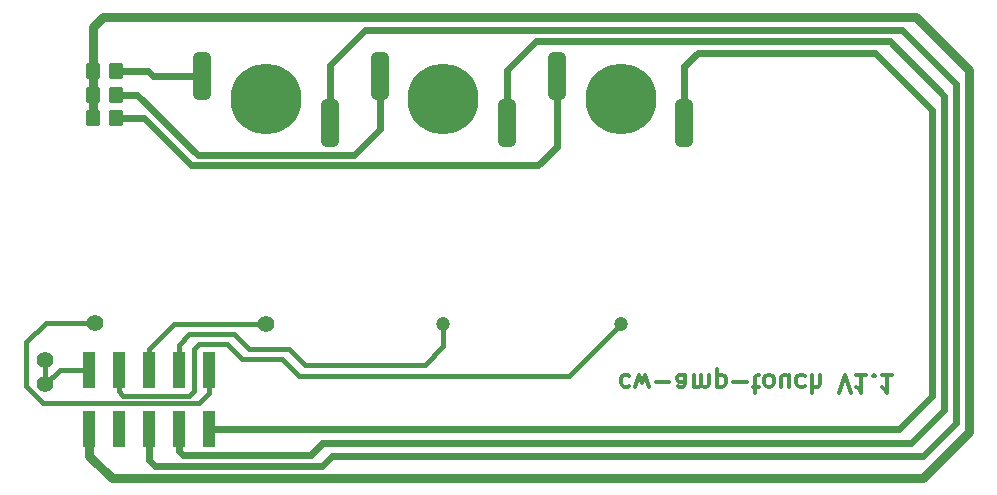
<source format=gbr>
G04 #@! TF.GenerationSoftware,KiCad,Pcbnew,6.0.6-2.fc36*
G04 #@! TF.CreationDate,2022-07-22T01:27:19+02:00*
G04 #@! TF.ProjectId,cw-amp-touch,63772d61-6d70-42d7-946f-7563682e6b69,rev?*
G04 #@! TF.SameCoordinates,Original*
G04 #@! TF.FileFunction,Copper,L2,Bot*
G04 #@! TF.FilePolarity,Positive*
%FSLAX46Y46*%
G04 Gerber Fmt 4.6, Leading zero omitted, Abs format (unit mm)*
G04 Created by KiCad (PCBNEW 6.0.6-2.fc36) date 2022-07-22 01:27:19*
%MOMM*%
%LPD*%
G01*
G04 APERTURE LIST*
G04 Aperture macros list*
%AMRoundRect*
0 Rectangle with rounded corners*
0 $1 Rounding radius*
0 $2 $3 $4 $5 $6 $7 $8 $9 X,Y pos of 4 corners*
0 Add a 4 corners polygon primitive as box body*
4,1,4,$2,$3,$4,$5,$6,$7,$8,$9,$2,$3,0*
0 Add four circle primitives for the rounded corners*
1,1,$1+$1,$2,$3*
1,1,$1+$1,$4,$5*
1,1,$1+$1,$6,$7*
1,1,$1+$1,$8,$9*
0 Add four rect primitives between the rounded corners*
20,1,$1+$1,$2,$3,$4,$5,0*
20,1,$1+$1,$4,$5,$6,$7,0*
20,1,$1+$1,$6,$7,$8,$9,0*
20,1,$1+$1,$8,$9,$2,$3,0*%
G04 Aperture macros list end*
%ADD10C,0.300000*%
G04 #@! TA.AperFunction,NonConductor*
%ADD11C,0.300000*%
G04 #@! TD*
G04 #@! TA.AperFunction,SMDPad,CuDef*
%ADD12RoundRect,0.250000X-0.350000X-0.450000X0.350000X-0.450000X0.350000X0.450000X-0.350000X0.450000X0*%
G04 #@! TD*
G04 #@! TA.AperFunction,WasherPad*
%ADD13C,6.000000*%
G04 #@! TD*
G04 #@! TA.AperFunction,SMDPad,CuDef*
%ADD14RoundRect,0.375000X-0.375000X1.625000X-0.375000X-1.625000X0.375000X-1.625000X0.375000X1.625000X0*%
G04 #@! TD*
G04 #@! TA.AperFunction,SMDPad,CuDef*
%ADD15R,1.000000X3.150000*%
G04 #@! TD*
G04 #@! TA.AperFunction,ViaPad*
%ADD16C,1.400000*%
G04 #@! TD*
G04 #@! TA.AperFunction,ViaPad*
%ADD17C,1.200000*%
G04 #@! TD*
G04 #@! TA.AperFunction,Conductor*
%ADD18C,0.600000*%
G04 #@! TD*
G04 #@! TA.AperFunction,Conductor*
%ADD19C,0.400000*%
G04 #@! TD*
G04 #@! TA.AperFunction,Conductor*
%ADD20C,0.800000*%
G04 #@! TD*
%ADD21C,0.350000*%
G04 APERTURE END LIST*
D10*
D11*
X183250000Y-111392857D02*
X183107142Y-111321428D01*
X182821428Y-111321428D01*
X182678571Y-111392857D01*
X182607142Y-111464285D01*
X182535714Y-111607142D01*
X182535714Y-112035714D01*
X182607142Y-112178571D01*
X182678571Y-112250000D01*
X182821428Y-112321428D01*
X183107142Y-112321428D01*
X183250000Y-112250000D01*
X183750000Y-112321428D02*
X184035714Y-111321428D01*
X184321428Y-112035714D01*
X184607142Y-111321428D01*
X184892857Y-112321428D01*
X185464285Y-111892857D02*
X186607142Y-111892857D01*
X187964285Y-111321428D02*
X187964285Y-112107142D01*
X187892857Y-112250000D01*
X187750000Y-112321428D01*
X187464285Y-112321428D01*
X187321428Y-112250000D01*
X187964285Y-111392857D02*
X187821428Y-111321428D01*
X187464285Y-111321428D01*
X187321428Y-111392857D01*
X187250000Y-111535714D01*
X187250000Y-111678571D01*
X187321428Y-111821428D01*
X187464285Y-111892857D01*
X187821428Y-111892857D01*
X187964285Y-111964285D01*
X188678571Y-111321428D02*
X188678571Y-112321428D01*
X188678571Y-112178571D02*
X188750000Y-112250000D01*
X188892857Y-112321428D01*
X189107142Y-112321428D01*
X189250000Y-112250000D01*
X189321428Y-112107142D01*
X189321428Y-111321428D01*
X189321428Y-112107142D02*
X189392857Y-112250000D01*
X189535714Y-112321428D01*
X189750000Y-112321428D01*
X189892857Y-112250000D01*
X189964285Y-112107142D01*
X189964285Y-111321428D01*
X190678571Y-112321428D02*
X190678571Y-110821428D01*
X190678571Y-112250000D02*
X190821428Y-112321428D01*
X191107142Y-112321428D01*
X191250000Y-112250000D01*
X191321428Y-112178571D01*
X191392857Y-112035714D01*
X191392857Y-111607142D01*
X191321428Y-111464285D01*
X191250000Y-111392857D01*
X191107142Y-111321428D01*
X190821428Y-111321428D01*
X190678571Y-111392857D01*
X192035714Y-111892857D02*
X193178571Y-111892857D01*
X193678571Y-112321428D02*
X194250000Y-112321428D01*
X193892857Y-112821428D02*
X193892857Y-111535714D01*
X193964285Y-111392857D01*
X194107142Y-111321428D01*
X194250000Y-111321428D01*
X194964285Y-111321428D02*
X194821428Y-111392857D01*
X194750000Y-111464285D01*
X194678571Y-111607142D01*
X194678571Y-112035714D01*
X194750000Y-112178571D01*
X194821428Y-112250000D01*
X194964285Y-112321428D01*
X195178571Y-112321428D01*
X195321428Y-112250000D01*
X195392857Y-112178571D01*
X195464285Y-112035714D01*
X195464285Y-111607142D01*
X195392857Y-111464285D01*
X195321428Y-111392857D01*
X195178571Y-111321428D01*
X194964285Y-111321428D01*
X196750000Y-112321428D02*
X196750000Y-111321428D01*
X196107142Y-112321428D02*
X196107142Y-111535714D01*
X196178571Y-111392857D01*
X196321428Y-111321428D01*
X196535714Y-111321428D01*
X196678571Y-111392857D01*
X196750000Y-111464285D01*
X198107142Y-111392857D02*
X197964285Y-111321428D01*
X197678571Y-111321428D01*
X197535714Y-111392857D01*
X197464285Y-111464285D01*
X197392857Y-111607142D01*
X197392857Y-112035714D01*
X197464285Y-112178571D01*
X197535714Y-112250000D01*
X197678571Y-112321428D01*
X197964285Y-112321428D01*
X198107142Y-112250000D01*
X198750000Y-111321428D02*
X198750000Y-112821428D01*
X199392857Y-111321428D02*
X199392857Y-112107142D01*
X199321428Y-112250000D01*
X199178571Y-112321428D01*
X198964285Y-112321428D01*
X198821428Y-112250000D01*
X198750000Y-112178571D01*
X201035714Y-112821428D02*
X201535714Y-111321428D01*
X202035714Y-112821428D01*
X203321428Y-111321428D02*
X202464285Y-111321428D01*
X202892857Y-111321428D02*
X202892857Y-112821428D01*
X202750000Y-112607142D01*
X202607142Y-112464285D01*
X202464285Y-112392857D01*
X203964285Y-111464285D02*
X204035714Y-111392857D01*
X203964285Y-111321428D01*
X203892857Y-111392857D01*
X203964285Y-111464285D01*
X203964285Y-111321428D01*
X205464285Y-111321428D02*
X204607142Y-111321428D01*
X205035714Y-111321428D02*
X205035714Y-112821428D01*
X204892857Y-112607142D01*
X204750000Y-112464285D01*
X204607142Y-112392857D01*
D12*
G04 #@! TO.P,R4,1*
G04 #@! TO.N,+3V3*
X137800000Y-89600000D03*
G04 #@! TO.P,R4,2*
G04 #@! TO.N,Net-(D4-Pad2)*
X139800000Y-89600000D03*
G04 #@! TD*
D13*
G04 #@! TO.P,D4,*
G04 #@! TO.N,*
X182500000Y-88000000D03*
D14*
G04 #@! TO.P,D4,1,K*
G04 #@! TO.N,LED-BT*
X187900000Y-90000000D03*
G04 #@! TO.P,D4,2,A*
G04 #@! TO.N,Net-(D4-Pad2)*
X177100000Y-86000000D03*
G04 #@! TD*
D12*
G04 #@! TO.P,R2,1*
G04 #@! TO.N,+3V3*
X137800000Y-85600000D03*
G04 #@! TO.P,R2,2*
G04 #@! TO.N,Net-(D2-Pad2)*
X139800000Y-85600000D03*
G04 #@! TD*
D13*
G04 #@! TO.P,D2,*
G04 #@! TO.N,*
X152500000Y-88000000D03*
D14*
G04 #@! TO.P,D2,1,K*
G04 #@! TO.N,LED-ANALOG-INT*
X157900000Y-90000000D03*
G04 #@! TO.P,D2,2,A*
G04 #@! TO.N,Net-(D2-Pad2)*
X147100000Y-86000000D03*
G04 #@! TD*
D13*
G04 #@! TO.P,D3,*
G04 #@! TO.N,*
X167500000Y-88000000D03*
D14*
G04 #@! TO.P,D3,1,K*
G04 #@! TO.N,LED-ANALOG-EXT*
X172900000Y-90000000D03*
G04 #@! TO.P,D3,2,A*
G04 #@! TO.N,Net-(D3-Pad2)*
X162100000Y-86000000D03*
G04 #@! TD*
D15*
G04 #@! TO.P,J1,1,Pin_1*
G04 #@! TO.N,LED-BT*
X147630000Y-115925000D03*
G04 #@! TO.P,J1,2,Pin_2*
G04 #@! TO.N,TOUCH-KEY-POWER*
X147630000Y-110875000D03*
G04 #@! TO.P,J1,3,Pin_3*
G04 #@! TO.N,LED-ANALOG-EXT*
X145090000Y-115925000D03*
G04 #@! TO.P,J1,4,Pin_4*
G04 #@! TO.N,TOUCH-KEY-ANALOG-EXT*
X145090000Y-110875000D03*
G04 #@! TO.P,J1,5,Pin_5*
G04 #@! TO.N,LED-ANALOG-INT*
X142550000Y-115925000D03*
G04 #@! TO.P,J1,6,Pin_6*
G04 #@! TO.N,TOUCH-KEY-ANALOG-INT*
X142550000Y-110875000D03*
G04 #@! TO.P,J1,7,Pin_7*
G04 #@! TO.N,unconnected-(J1-Pad7)*
X140010000Y-115925000D03*
G04 #@! TO.P,J1,8,Pin_8*
G04 #@! TO.N,TOUCH-KEY-BT*
X140010000Y-110875000D03*
G04 #@! TO.P,J1,9,Pin_9*
G04 #@! TO.N,+3V3*
X137470000Y-115925000D03*
G04 #@! TO.P,J1,10,Pin_10*
G04 #@! TO.N,GNDD*
X137470000Y-110875000D03*
G04 #@! TD*
D12*
G04 #@! TO.P,R3,1*
G04 #@! TO.N,+3V3*
X137800000Y-87600000D03*
G04 #@! TO.P,R3,2*
G04 #@! TO.N,Net-(D3-Pad2)*
X139800000Y-87600000D03*
G04 #@! TD*
D16*
G04 #@! TO.N,TOUCH-KEY-POWER*
X138000000Y-106900000D03*
D17*
G04 #@! TO.N,TOUCH-KEY-ANALOG-EXT*
X167500000Y-107000000D03*
D16*
G04 #@! TO.N,TOUCH-KEY-ANALOG-INT*
X152500000Y-107000000D03*
D17*
G04 #@! TO.N,TOUCH-KEY-BT*
X182500000Y-107000000D03*
D16*
G04 #@! TO.N,GNDD*
X133750000Y-110100000D03*
X133760000Y-112130000D03*
G04 #@! TD*
D18*
G04 #@! TO.N,LED-ANALOG-INT*
X206300000Y-82100000D02*
X160900000Y-82100000D01*
X210900000Y-115400000D02*
X210900000Y-86700000D01*
X160900000Y-82100000D02*
X157900000Y-85100000D01*
X208120000Y-118180000D02*
X210900000Y-115400000D01*
X157230000Y-119050000D02*
X158100000Y-118180000D01*
X143050000Y-119050000D02*
X157230000Y-119050000D01*
X210900000Y-86700000D02*
X206300000Y-82100000D01*
X157900000Y-85100000D02*
X157900000Y-90000000D01*
X142550000Y-118550000D02*
X143050000Y-119050000D01*
X158100000Y-118180000D02*
X208120000Y-118180000D01*
X142550000Y-115925000D02*
X142550000Y-118550000D01*
G04 #@! TO.N,Net-(D2-Pad2)*
X142500000Y-85600000D02*
X142900000Y-86000000D01*
X142900000Y-86000000D02*
X147100000Y-86000000D01*
X139800000Y-85600000D02*
X142500000Y-85600000D01*
G04 #@! TO.N,LED-ANALOG-EXT*
X172900000Y-85500000D02*
X172900000Y-90000000D01*
X156260000Y-118120000D02*
X157260000Y-117120000D01*
X205300000Y-83100000D02*
X175300000Y-83100000D01*
X207080000Y-117120000D02*
X209900000Y-114300000D01*
X145090000Y-117790000D02*
X145420000Y-118120000D01*
X209900000Y-87700000D02*
X205300000Y-83100000D01*
X157260000Y-117120000D02*
X207080000Y-117120000D01*
X145420000Y-118120000D02*
X156260000Y-118120000D01*
X145090000Y-115925000D02*
X145090000Y-117790000D01*
X209900000Y-114300000D02*
X209900000Y-87700000D01*
X175300000Y-83100000D02*
X172900000Y-85500000D01*
G04 #@! TO.N,Net-(D3-Pad2)*
X141600000Y-87600000D02*
X146700000Y-92700000D01*
X146700000Y-92700000D02*
X159900000Y-92700000D01*
X159900000Y-92700000D02*
X162100000Y-90500000D01*
X162100000Y-90500000D02*
X162100000Y-86000000D01*
X139800000Y-87600000D02*
X141600000Y-87600000D01*
G04 #@! TO.N,LED-BT*
X208900000Y-113100000D02*
X208900000Y-88900000D01*
X208900000Y-88900000D02*
X204034938Y-84034938D01*
X206075000Y-115925000D02*
X208900000Y-113100000D01*
X204034938Y-84034938D02*
X189065062Y-84034938D01*
X189065062Y-84034938D02*
X187900000Y-85200000D01*
X147630000Y-115925000D02*
X206075000Y-115925000D01*
X187900000Y-85200000D02*
X187900000Y-90000000D01*
G04 #@! TO.N,Net-(D4-Pad2)*
X142169308Y-89600000D02*
X146169308Y-93600000D01*
X146169308Y-93600000D02*
X175500000Y-93600000D01*
X175500000Y-93600000D02*
X177100000Y-92000000D01*
X177100000Y-92000000D02*
X177100000Y-86000000D01*
X139800000Y-89600000D02*
X142169308Y-89600000D01*
D19*
G04 #@! TO.N,TOUCH-KEY-POWER*
X146800000Y-113700000D02*
X147630000Y-112870000D01*
X133600000Y-113700000D02*
X146800000Y-113700000D01*
X132170000Y-108560000D02*
X132170000Y-112270000D01*
X132170000Y-112270000D02*
X133600000Y-113700000D01*
X138000000Y-106900000D02*
X133830000Y-106900000D01*
X147630000Y-112870000D02*
X147630000Y-110875000D01*
X133830000Y-106900000D02*
X132170000Y-108560000D01*
G04 #@! TO.N,TOUCH-KEY-ANALOG-EXT*
X151000000Y-109100000D02*
X149800000Y-107900000D01*
X154400000Y-109100000D02*
X151000000Y-109100000D01*
X167500000Y-107000000D02*
X167500000Y-108900000D01*
X146000000Y-107900000D02*
X145090000Y-108810000D01*
X145090000Y-108810000D02*
X145090000Y-110875000D01*
X167500000Y-108900000D02*
X165900000Y-110500000D01*
X149800000Y-107900000D02*
X146000000Y-107900000D01*
X155800000Y-110500000D02*
X154400000Y-109100000D01*
X165900000Y-110500000D02*
X155800000Y-110500000D01*
G04 #@! TO.N,TOUCH-KEY-ANALOG-INT*
X142550000Y-109150000D02*
X142550000Y-110875000D01*
X152500000Y-107000000D02*
X144700000Y-107000000D01*
X144700000Y-107000000D02*
X142550000Y-109150000D01*
G04 #@! TO.N,TOUCH-KEY-BT*
X146400000Y-112700000D02*
X146400000Y-109100000D01*
X155300000Y-111400000D02*
X178100000Y-111400000D01*
X153850000Y-109950000D02*
X155300000Y-111400000D01*
X146800000Y-108700000D02*
X149200000Y-108700000D01*
X149200000Y-108700000D02*
X150450000Y-109950000D01*
X140400000Y-113100000D02*
X146000000Y-113100000D01*
X150450000Y-109950000D02*
X153850000Y-109950000D01*
X146000000Y-113100000D02*
X146400000Y-112700000D01*
X178100000Y-111400000D02*
X182500000Y-107000000D01*
X140010000Y-112710000D02*
X140400000Y-113100000D01*
X140010000Y-110875000D02*
X140010000Y-112710000D01*
X146400000Y-109100000D02*
X146800000Y-108700000D01*
D20*
G04 #@! TO.N,+3V3*
X137800000Y-85600000D02*
X137800000Y-87600000D01*
X212000000Y-116200000D02*
X212000000Y-85500000D01*
X139400000Y-120100000D02*
X208100000Y-120100000D01*
X137470000Y-118170000D02*
X139400000Y-120100000D01*
X137800000Y-81900000D02*
X137800000Y-85600000D01*
X207500000Y-81000000D02*
X138700000Y-81000000D01*
X212000000Y-85500000D02*
X207500000Y-81000000D01*
X137470000Y-115925000D02*
X137470000Y-118170000D01*
X138700000Y-81000000D02*
X137800000Y-81900000D01*
X208100000Y-120100000D02*
X212000000Y-116200000D01*
X137800000Y-87600000D02*
X137800000Y-89600000D01*
D19*
G04 #@! TO.N,GNDD*
X133760000Y-112130000D02*
X135015000Y-110875000D01*
X135015000Y-110875000D02*
X137470000Y-110875000D01*
X133760000Y-110110000D02*
X133750000Y-110100000D01*
X133760000Y-112130000D02*
X133760000Y-110110000D01*
G04 #@! TD*
D21*
X138000000Y-106900000D03*
X167500000Y-107000000D03*
X152500000Y-107000000D03*
X182500000Y-107000000D03*
X133750000Y-110100000D03*
X133760000Y-112130000D03*
X182500000Y-88000000D03*
X152500000Y-88000000D03*
X167500000Y-88000000D03*
M02*

</source>
